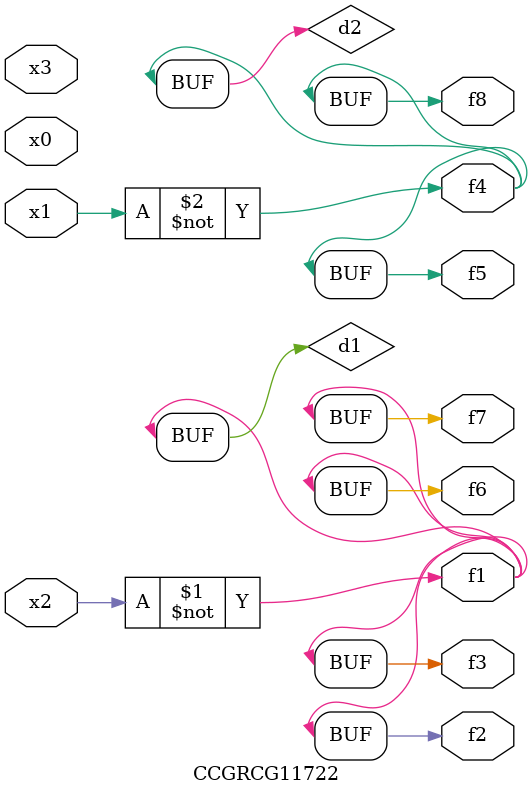
<source format=v>
module CCGRCG11722(
	input x0, x1, x2, x3,
	output f1, f2, f3, f4, f5, f6, f7, f8
);

	wire d1, d2;

	xnor (d1, x2);
	not (d2, x1);
	assign f1 = d1;
	assign f2 = d1;
	assign f3 = d1;
	assign f4 = d2;
	assign f5 = d2;
	assign f6 = d1;
	assign f7 = d1;
	assign f8 = d2;
endmodule

</source>
